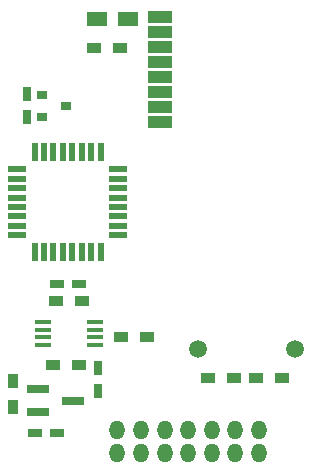
<source format=gts>
%TF.GenerationSoftware,KiCad,Pcbnew,no-vcs-found-e0b9a21~60~ubuntu16.04.1*%
%TF.CreationDate,2017-10-13T14:54:20+03:00*%
%TF.ProjectId,livolo_1_channel_1way_eu_switch,6C69766F6C6F5F315F6368616E6E656C,rev?*%
%TF.SameCoordinates,Original*%
%TF.FileFunction,Soldermask,Top*%
%TF.FilePolarity,Negative*%
%FSLAX46Y46*%
G04 Gerber Fmt 4.6, Leading zero omitted, Abs format (unit mm)*
G04 Created by KiCad (PCBNEW no-vcs-found-e0b9a21~60~ubuntu16.04.1) date Fri Oct 13 14:54:20 2017*
%MOMM*%
%LPD*%
G01*
G04 APERTURE LIST*
%ADD10R,0.550000X1.600000*%
%ADD11R,1.600000X0.550000*%
%ADD12R,0.900000X0.800000*%
%ADD13R,2.000000X1.000000*%
%ADD14O,1.300000X1.600000*%
%ADD15R,1.200000X0.900000*%
%ADD16R,0.900000X1.200000*%
%ADD17C,1.500000*%
%ADD18R,1.200000X0.750000*%
%ADD19R,1.750000X1.260000*%
%ADD20R,0.750000X1.200000*%
%ADD21R,1.450000X0.450000*%
%ADD22R,1.900000X0.800000*%
G04 APERTURE END LIST*
D10*
X130250000Y-92550000D03*
X129450000Y-92550000D03*
X128650000Y-92550000D03*
X127850000Y-92550000D03*
X127050000Y-92550000D03*
X126250000Y-92550000D03*
X125450000Y-92550000D03*
X124650000Y-92550000D03*
D11*
X123200000Y-91100000D03*
X123200000Y-90300000D03*
X123200000Y-89500000D03*
X123200000Y-88700000D03*
X123200000Y-87900000D03*
X123200000Y-87100000D03*
X123200000Y-86300000D03*
X123200000Y-85500000D03*
D10*
X124650000Y-84050000D03*
X125450000Y-84050000D03*
X126250000Y-84050000D03*
X127050000Y-84050000D03*
X127850000Y-84050000D03*
X128650000Y-84050000D03*
X129450000Y-84050000D03*
X130250000Y-84050000D03*
D11*
X131700000Y-85500000D03*
X131700000Y-86300000D03*
X131700000Y-87100000D03*
X131700000Y-87900000D03*
X131700000Y-88700000D03*
X131700000Y-89500000D03*
X131700000Y-90300000D03*
X131700000Y-91100000D03*
D12*
X127300000Y-80150000D03*
X125300000Y-81100000D03*
X125300000Y-79200000D03*
D13*
X135300000Y-72600000D03*
X135300000Y-73870000D03*
X135300000Y-75140000D03*
X135300000Y-76410000D03*
X135300000Y-77680000D03*
X135300000Y-78950000D03*
X135300000Y-80220000D03*
X135300000Y-81490000D03*
D14*
X143650000Y-107550000D03*
X143650000Y-109550000D03*
X141650000Y-107550000D03*
X141650000Y-109550000D03*
X139650000Y-107550000D03*
X139650000Y-109550000D03*
X137650000Y-107550000D03*
X137650000Y-109550000D03*
X135650000Y-107550000D03*
X135650000Y-109550000D03*
X133650000Y-107550000D03*
X133650000Y-109550000D03*
X131650000Y-107550000D03*
X131650000Y-109550000D03*
D15*
X132000000Y-99700000D03*
X134200000Y-99700000D03*
D16*
X122800000Y-105600000D03*
X122800000Y-103400000D03*
D17*
X146700000Y-100700000D03*
X138500000Y-100700000D03*
D15*
X129700000Y-75200000D03*
X131900000Y-75200000D03*
X141500000Y-103200000D03*
X139300000Y-103200000D03*
X143400000Y-103200000D03*
X145600000Y-103200000D03*
D18*
X124650000Y-107800000D03*
X126550000Y-107800000D03*
D19*
X129975000Y-72750000D03*
X132525000Y-72750000D03*
D18*
X128450000Y-95200000D03*
X126550000Y-95200000D03*
D15*
X128400000Y-102100000D03*
X126200000Y-102100000D03*
X128700000Y-96700000D03*
X126500000Y-96700000D03*
D20*
X130000000Y-102350000D03*
X130000000Y-104250000D03*
X124000000Y-79150000D03*
X124000000Y-81050000D03*
D21*
X125400000Y-100375000D03*
X125400000Y-99725000D03*
X125400000Y-99075000D03*
X125400000Y-98425000D03*
X129800000Y-98425000D03*
X129800000Y-99075000D03*
X129800000Y-99725000D03*
X129800000Y-100375000D03*
D22*
X127900000Y-105100000D03*
X124900000Y-106050000D03*
X124900000Y-104150000D03*
M02*

</source>
